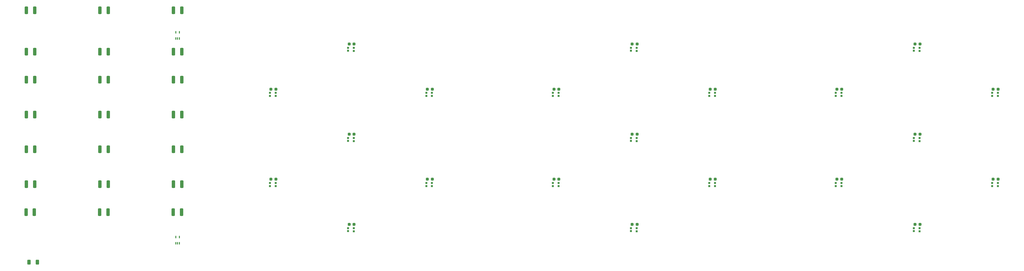
<source format=gbr>
%TF.GenerationSoftware,KiCad,Pcbnew,(6.0.8-1)-1*%
%TF.CreationDate,2023-04-06T11:00:11-04:00*%
%TF.ProjectId,Untitled,556e7469-746c-4656-942e-6b696361645f,rev?*%
%TF.SameCoordinates,Original*%
%TF.FileFunction,Paste,Top*%
%TF.FilePolarity,Positive*%
%FSLAX46Y46*%
G04 Gerber Fmt 4.6, Leading zero omitted, Abs format (unit mm)*
G04 Created by KiCad (PCBNEW (6.0.8-1)-1) date 2023-04-06 11:00:11*
%MOMM*%
%LPD*%
G01*
G04 APERTURE LIST*
G04 Aperture macros list*
%AMRoundRect*
0 Rectangle with rounded corners*
0 $1 Rounding radius*
0 $2 $3 $4 $5 $6 $7 $8 $9 X,Y pos of 4 corners*
0 Add a 4 corners polygon primitive as box body*
4,1,4,$2,$3,$4,$5,$6,$7,$8,$9,$2,$3,0*
0 Add four circle primitives for the rounded corners*
1,1,$1+$1,$2,$3*
1,1,$1+$1,$4,$5*
1,1,$1+$1,$6,$7*
1,1,$1+$1,$8,$9*
0 Add four rect primitives between the rounded corners*
20,1,$1+$1,$2,$3,$4,$5,0*
20,1,$1+$1,$4,$5,$6,$7,0*
20,1,$1+$1,$6,$7,$8,$9,0*
20,1,$1+$1,$8,$9,$2,$3,0*%
G04 Aperture macros list end*
%ADD10RoundRect,0.250000X-0.325000X-1.100000X0.325000X-1.100000X0.325000X1.100000X-0.325000X1.100000X0*%
%ADD11R,0.700000X0.700000*%
%ADD12RoundRect,0.237500X-0.287500X-0.237500X0.287500X-0.237500X0.287500X0.237500X-0.287500X0.237500X0*%
%ADD13RoundRect,0.087500X-0.087500X-0.337500X0.087500X-0.337500X0.087500X0.337500X-0.087500X0.337500X0*%
%ADD14RoundRect,0.250000X-0.312500X-0.625000X0.312500X-0.625000X0.312500X0.625000X-0.312500X0.625000X0*%
G04 APERTURE END LIST*
D10*
%TO.C,10 nF*%
X12625000Y-97690951D03*
X15575000Y-97690951D03*
%TD*%
%TO.C,10 nF*%
X12625000Y-73072857D03*
X15575000Y-73072857D03*
%TD*%
%TO.C,10 nF*%
X12525000Y-107600000D03*
X15475000Y-107600000D03*
%TD*%
%TO.C,10 nF*%
X12625000Y-50800000D03*
X15575000Y-50800000D03*
%TD*%
%TO.C,10 nF*%
X12625000Y-85381904D03*
X15575000Y-85381904D03*
%TD*%
%TO.C,10 nF*%
X12625000Y-36145716D03*
X15575000Y-36145716D03*
%TD*%
%TO.C,10 nF*%
X12625000Y-60763810D03*
X15575000Y-60763810D03*
%TD*%
%TO.C,10 nF*%
X38625000Y-97690951D03*
X41575000Y-97690951D03*
%TD*%
%TO.C,10 nF*%
X38625000Y-50800000D03*
X41575000Y-50800000D03*
%TD*%
%TO.C,10 nF*%
X38525000Y-107600000D03*
X41475000Y-107600000D03*
%TD*%
%TO.C,10 nF*%
X38625000Y-60763810D03*
X41575000Y-60763810D03*
%TD*%
%TO.C,10 nF*%
X38625000Y-85381904D03*
X41575000Y-85381904D03*
%TD*%
%TO.C,10 nF*%
X38625000Y-36145716D03*
X41575000Y-36145716D03*
%TD*%
%TO.C,10 nF*%
X38625000Y-73072857D03*
X41575000Y-73072857D03*
%TD*%
D11*
%TO.C,REF\u002A\u002A*%
X356022500Y-65410000D03*
X353997500Y-65410000D03*
X353997500Y-66460000D03*
X356022500Y-66510000D03*
%TD*%
D12*
%TO.C,REF\u002A\u002A*%
X299125000Y-95985000D03*
X300875000Y-95985000D03*
%TD*%
%TO.C,REF\u002A\u002A*%
X326755000Y-111945000D03*
X328505000Y-111945000D03*
%TD*%
D11*
%TO.C,REF\u002A\u002A*%
X356022500Y-97320000D03*
X353997500Y-97320000D03*
X353997500Y-98370000D03*
X356022500Y-98420000D03*
%TD*%
%TO.C,REF\u002A\u002A*%
X328382500Y-81370000D03*
X326357500Y-81370000D03*
X326357500Y-82420000D03*
X328382500Y-82470000D03*
%TD*%
%TO.C,REF\u002A\u002A*%
X300752500Y-97320000D03*
X298727500Y-97320000D03*
X298727500Y-98370000D03*
X300752500Y-98420000D03*
%TD*%
D12*
%TO.C,REF\u002A\u002A*%
X299125000Y-64075000D03*
X300875000Y-64075000D03*
%TD*%
%TO.C,REF\u002A\u002A*%
X354395000Y-64075000D03*
X356145000Y-64075000D03*
%TD*%
D11*
%TO.C,REF\u002A\u002A*%
X328382500Y-49460000D03*
X326357500Y-49460000D03*
X326357500Y-50510000D03*
X328382500Y-50560000D03*
%TD*%
%TO.C,REF\u002A\u002A*%
X328382500Y-113280000D03*
X326357500Y-113280000D03*
X326357500Y-114330000D03*
X328382500Y-114380000D03*
%TD*%
D12*
%TO.C,REF\u002A\u002A*%
X354395000Y-95985000D03*
X356145000Y-95985000D03*
%TD*%
%TO.C,REF\u002A\u002A*%
X326755000Y-48125000D03*
X328505000Y-48125000D03*
%TD*%
%TO.C,REF\u002A\u002A*%
X326755000Y-80035000D03*
X328505000Y-80035000D03*
%TD*%
D11*
%TO.C,REF\u002A\u002A*%
X300752500Y-65410000D03*
X298727500Y-65410000D03*
X298727500Y-66460000D03*
X300752500Y-66510000D03*
%TD*%
D12*
%TO.C,REF\u002A\u002A*%
X199125000Y-95985000D03*
X200875000Y-95985000D03*
%TD*%
%TO.C,REF\u002A\u002A*%
X226755000Y-111945000D03*
X228505000Y-111945000D03*
%TD*%
D11*
%TO.C,REF\u002A\u002A*%
X256022500Y-97320000D03*
X253997500Y-97320000D03*
X253997500Y-98370000D03*
X256022500Y-98420000D03*
%TD*%
%TO.C,REF\u002A\u002A*%
X256022500Y-65410000D03*
X253997500Y-65410000D03*
X253997500Y-66460000D03*
X256022500Y-66510000D03*
%TD*%
%TO.C,REF\u002A\u002A*%
X228382500Y-49460000D03*
X226357500Y-49460000D03*
X226357500Y-50510000D03*
X228382500Y-50560000D03*
%TD*%
D12*
%TO.C,REF\u002A\u002A*%
X254395000Y-95985000D03*
X256145000Y-95985000D03*
%TD*%
%TO.C,REF\u002A\u002A*%
X226755000Y-80035000D03*
X228505000Y-80035000D03*
%TD*%
D11*
%TO.C,REF\u002A\u002A*%
X200752500Y-97320000D03*
X198727500Y-97320000D03*
X198727500Y-98370000D03*
X200752500Y-98420000D03*
%TD*%
%TO.C,REF\u002A\u002A*%
X200752500Y-65410000D03*
X198727500Y-65410000D03*
X198727500Y-66460000D03*
X200752500Y-66510000D03*
%TD*%
D12*
%TO.C,REF\u002A\u002A*%
X199125000Y-64075000D03*
X200875000Y-64075000D03*
%TD*%
%TO.C,REF\u002A\u002A*%
X226755000Y-48125000D03*
X228505000Y-48125000D03*
%TD*%
%TO.C,REF\u002A\u002A*%
X254395000Y-64075000D03*
X256145000Y-64075000D03*
%TD*%
D11*
%TO.C,REF\u002A\u002A*%
X228382500Y-113280000D03*
X226357500Y-113280000D03*
X226357500Y-114330000D03*
X228382500Y-114380000D03*
%TD*%
%TO.C,REF\u002A\u002A*%
X228382500Y-81370000D03*
X226357500Y-81370000D03*
X226357500Y-82420000D03*
X228382500Y-82470000D03*
%TD*%
D10*
%TO.C,10 nF*%
X64525000Y-107600000D03*
X67475000Y-107600000D03*
%TD*%
D13*
%TO.C,Temp2*%
X65450000Y-118600000D03*
X66100000Y-118600000D03*
X66750000Y-118600000D03*
X66750000Y-116400000D03*
X65450000Y-116400000D03*
%TD*%
D11*
%TO.C,REF\u002A\u002A*%
X128382500Y-49460000D03*
X126357500Y-49460000D03*
X126357500Y-50510000D03*
X128382500Y-50560000D03*
%TD*%
D14*
%TO.C,50 \u03A9*%
X13575000Y-125300000D03*
X16500000Y-125300000D03*
%TD*%
D13*
%TO.C,REF\u002A\u002A*%
X65450000Y-46200000D03*
X66100000Y-46200000D03*
X66750000Y-46200000D03*
X66750000Y-44000000D03*
X65450000Y-44000000D03*
%TD*%
D10*
%TO.C,10 nF*%
X64625000Y-36145716D03*
X67575000Y-36145716D03*
%TD*%
D11*
%TO.C,REF\u002A\u002A*%
X156022500Y-97320000D03*
X153997500Y-97320000D03*
X153997500Y-98370000D03*
X156022500Y-98420000D03*
%TD*%
D12*
%TO.C,REF\u002A\u002A*%
X99125000Y-95985000D03*
X100875000Y-95985000D03*
%TD*%
D11*
%TO.C,REF\u002A\u002A*%
X100752500Y-97320000D03*
X98727500Y-97320000D03*
X98727500Y-98370000D03*
X100752500Y-98420000D03*
%TD*%
D10*
%TO.C,10 nF*%
X64625000Y-73072857D03*
X67575000Y-73072857D03*
%TD*%
D12*
%TO.C,REF\u002A\u002A*%
X154395000Y-95985000D03*
X156145000Y-95985000D03*
%TD*%
%TO.C,REF\u002A\u002A*%
X154395000Y-64075000D03*
X156145000Y-64075000D03*
%TD*%
D11*
%TO.C,REF\u002A\u002A*%
X128382500Y-81370000D03*
X126357500Y-81370000D03*
X126357500Y-82420000D03*
X128382500Y-82470000D03*
%TD*%
D10*
%TO.C,10 nF*%
X64625000Y-60763810D03*
X67575000Y-60763810D03*
%TD*%
%TO.C,10 nF*%
X64625000Y-50800000D03*
X67575000Y-50800000D03*
%TD*%
D11*
%TO.C,REF\u002A\u002A*%
X128382500Y-113280000D03*
X126357500Y-113280000D03*
X126357500Y-114330000D03*
X128382500Y-114380000D03*
%TD*%
%TO.C,REF\u002A\u002A*%
X156022500Y-65410000D03*
X153997500Y-65410000D03*
X153997500Y-66460000D03*
X156022500Y-66510000D03*
%TD*%
D12*
%TO.C,REF\u002A\u002A*%
X126755000Y-111945000D03*
X128505000Y-111945000D03*
%TD*%
%TO.C,REF\u002A\u002A*%
X126755000Y-48125000D03*
X128505000Y-48125000D03*
%TD*%
D10*
%TO.C,10 nF*%
X64625000Y-85381904D03*
X67575000Y-85381904D03*
%TD*%
D12*
%TO.C,REF\u002A\u002A*%
X126755000Y-80035000D03*
X128505000Y-80035000D03*
%TD*%
D10*
%TO.C,10 nF*%
X64625000Y-97690951D03*
X67575000Y-97690951D03*
%TD*%
D11*
%TO.C,REF\u002A\u002A*%
X100752500Y-65410000D03*
X98727500Y-65410000D03*
X98727500Y-66460000D03*
X100752500Y-66510000D03*
%TD*%
D12*
%TO.C,REF\u002A\u002A*%
X99125000Y-64075000D03*
X100875000Y-64075000D03*
%TD*%
M02*

</source>
